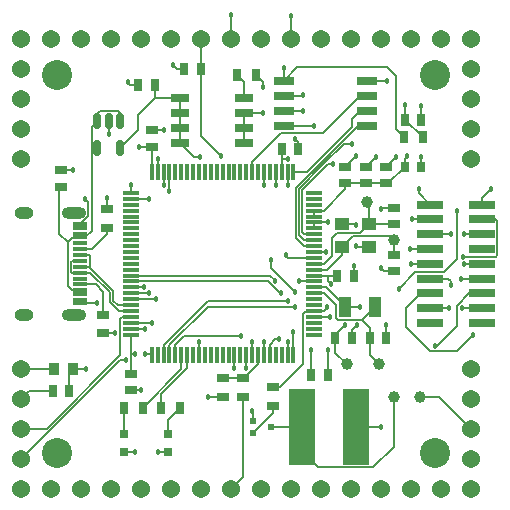
<source format=gbr>
%TF.GenerationSoftware,KiCad,Pcbnew,8.0.6-8.0.6-0~ubuntu24.04.1*%
%TF.CreationDate,2024-10-23T10:13:35-04:00*%
%TF.ProjectId,ta-expt-v2,74612d65-7870-4742-9d76-322e6b696361,rev?*%
%TF.SameCoordinates,Original*%
%TF.FileFunction,Copper,L1,Top*%
%TF.FilePolarity,Positive*%
%FSLAX46Y46*%
G04 Gerber Fmt 4.6, Leading zero omitted, Abs format (unit mm)*
G04 Created by KiCad (PCBNEW 8.0.6-8.0.6-0~ubuntu24.04.1) date 2024-10-23 10:13:35*
%MOMM*%
%LPD*%
G01*
G04 APERTURE LIST*
G04 Aperture macros list*
%AMRoundRect*
0 Rectangle with rounded corners*
0 $1 Rounding radius*
0 $2 $3 $4 $5 $6 $7 $8 $9 X,Y pos of 4 corners*
0 Add a 4 corners polygon primitive as box body*
4,1,4,$2,$3,$4,$5,$6,$7,$8,$9,$2,$3,0*
0 Add four circle primitives for the rounded corners*
1,1,$1+$1,$2,$3*
1,1,$1+$1,$4,$5*
1,1,$1+$1,$6,$7*
1,1,$1+$1,$8,$9*
0 Add four rect primitives between the rounded corners*
20,1,$1+$1,$2,$3,$4,$5,0*
20,1,$1+$1,$4,$5,$6,$7,0*
20,1,$1+$1,$6,$7,$8,$9,0*
20,1,$1+$1,$8,$9,$2,$3,0*%
G04 Aperture macros list end*
%TA.AperFunction,SMDPad,CuDef*%
%ADD10R,0.780000X0.990000*%
%TD*%
%TA.AperFunction,SMDPad,CuDef*%
%ADD11R,1.525000X0.650000*%
%TD*%
%TA.AperFunction,SMDPad,CuDef*%
%ADD12C,1.000000*%
%TD*%
%TA.AperFunction,SMDPad,CuDef*%
%ADD13R,1.000000X0.800000*%
%TD*%
%TA.AperFunction,SMDPad,CuDef*%
%ADD14R,0.800000X1.000000*%
%TD*%
%TA.AperFunction,SMDPad,CuDef*%
%ADD15R,0.800000X0.800000*%
%TD*%
%TA.AperFunction,SMDPad,CuDef*%
%ADD16R,0.990000X0.780000*%
%TD*%
%TA.AperFunction,SMDPad,CuDef*%
%ADD17R,0.630000X0.480000*%
%TD*%
%TA.AperFunction,SMDPad,CuDef*%
%ADD18R,2.300000X0.700000*%
%TD*%
%TA.AperFunction,SMDPad,CuDef*%
%ADD19R,1.150000X0.300000*%
%TD*%
%TA.AperFunction,ComponentPad*%
%ADD20O,2.100000X1.000000*%
%TD*%
%TA.AperFunction,ComponentPad*%
%ADD21O,1.600000X1.000000*%
%TD*%
%TA.AperFunction,SMDPad,CuDef*%
%ADD22R,1.475000X0.300000*%
%TD*%
%TA.AperFunction,SMDPad,CuDef*%
%ADD23R,0.300000X1.475000*%
%TD*%
%TA.AperFunction,ComponentPad*%
%ADD24C,1.540000*%
%TD*%
%TA.AperFunction,SMDPad,CuDef*%
%ADD25R,0.750000X0.940000*%
%TD*%
%TA.AperFunction,SMDPad,CuDef*%
%ADD26R,1.300000X1.100000*%
%TD*%
%TA.AperFunction,SMDPad,CuDef*%
%ADD27RoundRect,0.150000X-0.150000X0.512500X-0.150000X-0.512500X0.150000X-0.512500X0.150000X0.512500X0*%
%TD*%
%TA.AperFunction,SMDPad,CuDef*%
%ADD28R,2.300000X6.400000*%
%TD*%
%TA.AperFunction,SMDPad,CuDef*%
%ADD29R,1.000000X1.800000*%
%TD*%
%TA.AperFunction,SMDPad,CuDef*%
%ADD30R,1.785000X0.650000*%
%TD*%
%TA.AperFunction,ComponentPad*%
%ADD31C,2.540000*%
%TD*%
%TA.AperFunction,SMDPad,CuDef*%
%ADD32R,0.900000X1.000000*%
%TD*%
%TA.AperFunction,ViaPad*%
%ADD33C,0.457200*%
%TD*%
%TA.AperFunction,Conductor*%
%ADD34C,0.127000*%
%TD*%
%TA.AperFunction,Conductor*%
%ADD35C,0.203200*%
%TD*%
G04 APERTURE END LIST*
D10*
%TO.P,C4,1*%
%TO.N,Net-(IC3-PC15-OSC32_OUT)*%
X162550000Y-114300000D03*
%TO.P,C4,2*%
%TO.N,GND*%
X163950000Y-114300000D03*
%TD*%
D11*
%TO.P,IC2,1,S_1*%
%TO.N,/VDD_FILT*%
X154824000Y-97750000D03*
%TO.P,IC2,2,S_2*%
X154824000Y-96480000D03*
%TO.P,IC2,3,S_3*%
X154824000Y-95210000D03*
%TO.P,IC2,4,G*%
%TO.N,Net-(IC2-G)*%
X154824000Y-93940000D03*
%TO.P,IC2,5,D_1*%
%TO.N,/LDO_OUT*%
X149400000Y-93940000D03*
%TO.P,IC2,6,D_2*%
X149400000Y-95210000D03*
%TO.P,IC2,7,D_3*%
X149400000Y-96480000D03*
%TO.P,IC2,8,D_4*%
X149400000Y-97750000D03*
%TD*%
D12*
%TO.P,TP3,1*%
%TO.N,Net-(IC3-PC15-OSC32_OUT)*%
X163500000Y-116500000D03*
%TD*%
%TO.P,TP5,1*%
%TO.N,Net-(IC1-A1{slash}K2)*%
X167500000Y-119250000D03*
%TD*%
D10*
%TO.P,C14,1*%
%TO.N,GND*%
X159400000Y-98300000D03*
%TO.P,C14,2*%
%TO.N,/VDD_FILT*%
X158000000Y-98300000D03*
%TD*%
D13*
%TO.P,R6,1*%
%TO.N,/BOOT0*%
X154700000Y-119250000D03*
%TO.P,R6,2*%
%TO.N,Net-(IC3-PH3-BOOT0)*%
X154700000Y-117650000D03*
%TD*%
D14*
%TO.P,R7,1*%
%TO.N,/VDD_FILT*%
X169950000Y-97300000D03*
%TO.P,R7,2*%
%TO.N,/QUADSPI_BK2_NCS*%
X168350000Y-97300000D03*
%TD*%
D12*
%TO.P,TP1,1*%
%TO.N,Net-(IC3-PH1-OSC_OUT)*%
X165250000Y-102750000D03*
%TD*%
D13*
%TO.P,R3,1*%
%TO.N,Net-(IC1-K1)*%
X157250000Y-120050000D03*
%TO.P,R3,2*%
%TO.N,/LDO_OUT*%
X157250000Y-118450000D03*
%TD*%
D15*
%TO.P,LED2,1,K*%
%TO.N,GND*%
X148350000Y-123900000D03*
%TO.P,LED2,2,A*%
%TO.N,Net-(LED2-A)*%
X148350000Y-122400000D03*
%TD*%
D10*
%TO.P,C19,1*%
%TO.N,/LDO_OUT*%
X147250000Y-92850000D03*
%TO.P,C19,2*%
%TO.N,GND*%
X145850000Y-92850000D03*
%TD*%
D14*
%TO.P,R4,1*%
%TO.N,/Control*%
X155800000Y-92000000D03*
%TO.P,R4,2*%
%TO.N,Net-(IC2-G)*%
X154200000Y-92000000D03*
%TD*%
D16*
%TO.P,C9,1*%
%TO.N,/VDD_FILT*%
X165100000Y-101200000D03*
%TO.P,C9,2*%
%TO.N,GND*%
X165100000Y-99800000D03*
%TD*%
D17*
%TO.P,IC1,1,A2*%
%TO.N,/VDD_FILT*%
X155545000Y-121350000D03*
%TO.P,IC1,2,K1*%
%TO.N,Net-(IC1-K1)*%
X155545000Y-122350000D03*
%TO.P,IC1,3,A1/K2*%
%TO.N,Net-(IC1-A1{slash}K2)*%
X157055000Y-121850000D03*
%TD*%
D18*
%TO.P,J5,1,1*%
%TO.N,unconnected-(J5-Pad1)*%
X170575000Y-113000000D03*
%TO.P,J5,2,2*%
%TO.N,unconnected-(J5-Pad2)*%
X174925000Y-113000000D03*
%TO.P,J5,3,3*%
%TO.N,/DCMI_D3*%
X170575000Y-111750000D03*
%TO.P,J5,4,4*%
%TO.N,/DCMI_D2*%
X174925000Y-111750000D03*
%TO.P,J5,5,5*%
%TO.N,/DCMI_D5*%
X170575000Y-110500000D03*
%TO.P,J5,6,6*%
%TO.N,/DCMI_D4*%
X174925000Y-110500000D03*
%TO.P,J5,7,7*%
%TO.N,/DCMI_D7*%
X170575000Y-109250000D03*
%TO.P,J5,8,8*%
%TO.N,/DCMI_D6*%
X174925000Y-109250000D03*
%TO.P,J5,9,9*%
%TO.N,/DCMI_D9*%
X170575000Y-108000000D03*
%TO.P,J5,10,10*%
%TO.N,/DCMI_D8*%
X174925000Y-108000000D03*
%TO.P,J5,11,11*%
%TO.N,/DCMI_PIXCLK*%
X170575000Y-106750000D03*
%TO.P,J5,12,12*%
%TO.N,unconnected-(J5-Pad12)*%
X174925000Y-106750000D03*
%TO.P,J5,13,13*%
%TO.N,/DCMI_VSYNC*%
X170575000Y-105500000D03*
%TO.P,J5,14,14*%
%TO.N,/DCMI_HSYNC*%
X174925000Y-105500000D03*
%TO.P,J5,15,15*%
%TO.N,/I2C3_SCL*%
X170575000Y-104250000D03*
%TO.P,J5,16,16*%
%TO.N,/I2C3_SDA*%
X174925000Y-104250000D03*
%TO.P,J5,17,17*%
%TO.N,/VDD_FILT*%
X170575000Y-103000000D03*
%TO.P,J5,18,18*%
%TO.N,GND*%
X174925000Y-103000000D03*
%TD*%
D19*
%TO.P,J3,A1,GND*%
%TO.N,GND*%
X140955000Y-104650000D03*
%TO.P,J3,A4,VBUS*%
%TO.N,/VBUS*%
X140955000Y-105450000D03*
%TO.P,J3,A5,CC1*%
%TO.N,Net-(J3-CC1)*%
X140955000Y-106750000D03*
%TO.P,J3,A6,D+*%
%TO.N,/D+*%
X140955000Y-107750000D03*
%TO.P,J3,A7,D-*%
%TO.N,/D-*%
X140955000Y-108250000D03*
%TO.P,J3,A8,SBU1*%
%TO.N,unconnected-(J3-SBU1-PadA8)*%
X140955000Y-109250000D03*
%TO.P,J3,A9,VBUS*%
%TO.N,/VBUS*%
X140955000Y-110550000D03*
%TO.P,J3,A12,GND*%
%TO.N,GND*%
X140955000Y-111350000D03*
%TO.P,J3,B1,GND*%
X140955000Y-111050000D03*
%TO.P,J3,B4,VBUS*%
%TO.N,/VBUS*%
X140955000Y-110250000D03*
%TO.P,J3,B5,CC2*%
%TO.N,Net-(J3-CC2)*%
X140955000Y-109750000D03*
%TO.P,J3,B6,D+*%
%TO.N,/D+*%
X140955000Y-108750000D03*
%TO.P,J3,B7,D-*%
%TO.N,/D-*%
X140955000Y-107250000D03*
%TO.P,J3,B8,SBU2*%
%TO.N,unconnected-(J3-SBU2-PadB8)*%
X140955000Y-106250000D03*
%TO.P,J3,B9,VBUS*%
%TO.N,/VBUS*%
X140955000Y-105750000D03*
%TO.P,J3,B12,GND*%
%TO.N,GND*%
X140955000Y-104950000D03*
D20*
%TO.P,J3,S1,SHIELD*%
%TO.N,unconnected-(J3-SHIELD-PadS1)*%
X140390000Y-103680000D03*
D21*
X136210000Y-103680000D03*
D20*
X140390000Y-112320000D03*
D21*
X136210000Y-112320000D03*
%TD*%
D16*
%TO.P,C6,1*%
%TO.N,Net-(IC3-PH0-OSC_IN)*%
X167500000Y-107250000D03*
%TO.P,C6,2*%
%TO.N,GND*%
X167500000Y-108650000D03*
%TD*%
D10*
%TO.P,C10,1*%
%TO.N,/NRST*%
X151150000Y-91550000D03*
%TO.P,C10,2*%
%TO.N,GND*%
X149750000Y-91550000D03*
%TD*%
D16*
%TO.P,C7,1*%
%TO.N,/VDD_FILT*%
X166800000Y-101200000D03*
%TO.P,C7,2*%
%TO.N,GND*%
X166800000Y-99800000D03*
%TD*%
D22*
%TO.P,IC3,1,PE2*%
%TO.N,unconnected-(IC3-PE2-Pad1)*%
X160738000Y-114000000D03*
%TO.P,IC3,2,PE3*%
%TO.N,unconnected-(IC3-PE3-Pad2)*%
X160738000Y-113500000D03*
%TO.P,IC3,3,PE4*%
%TO.N,unconnected-(IC3-PE4-Pad3)*%
X160738000Y-113000000D03*
%TO.P,IC3,4,PE5*%
%TO.N,/Control*%
X160738000Y-112500000D03*
%TO.P,IC3,5,PE6*%
%TO.N,/LDO_OUT*%
X160738000Y-112000000D03*
%TO.P,IC3,6,VBAT*%
%TO.N,/V_BAT*%
X160738000Y-111500000D03*
%TO.P,IC3,7,PC13*%
%TO.N,unconnected-(IC3-PC13-Pad7)*%
X160738000Y-111000000D03*
%TO.P,IC3,8,PC14-OSC32_IN*%
%TO.N,Net-(IC3-PC14-OSC32_IN)*%
X160738000Y-110500000D03*
%TO.P,IC3,9,PC15-OSC32_OUT*%
%TO.N,Net-(IC3-PC15-OSC32_OUT)*%
X160738000Y-110000000D03*
%TO.P,IC3,10,VSS_1*%
%TO.N,GND*%
X160738000Y-109500000D03*
%TO.P,IC3,11,VDD_1*%
%TO.N,/VDD_FILT*%
X160738000Y-109000000D03*
%TO.P,IC3,12,PH0-OSC_IN*%
%TO.N,Net-(IC3-PH0-OSC_IN)*%
X160738000Y-108500000D03*
%TO.P,IC3,13,PH1-OSC_OUT*%
%TO.N,Net-(IC3-PH1-OSC_OUT)*%
X160738000Y-108000000D03*
%TO.P,IC3,14,NRST*%
%TO.N,/NRST*%
X160738000Y-107500000D03*
%TO.P,IC3,15,PC0*%
%TO.N,/I2C3_SCL*%
X160738000Y-107000000D03*
%TO.P,IC3,16,PC1*%
%TO.N,/QUADSPI_BK2_IO0*%
X160738000Y-106500000D03*
%TO.P,IC3,17,PC2*%
%TO.N,/QUADSPI_BK2_IO1*%
X160738000Y-106000000D03*
%TO.P,IC3,18,PC3*%
%TO.N,/QUADSPI_BK2_IO2*%
X160738000Y-105500000D03*
%TO.P,IC3,19,VSSA*%
%TO.N,GND*%
X160738000Y-105000000D03*
%TO.P,IC3,20,VREF-*%
X160738000Y-104500000D03*
%TO.P,IC3,21,VREF+*%
%TO.N,/VDD_FILT*%
X160738000Y-104000000D03*
%TO.P,IC3,22,VDDA*%
X160738000Y-103500000D03*
%TO.P,IC3,23,PA0*%
%TO.N,unconnected-(IC3-PA0-Pad23)*%
X160738000Y-103000000D03*
%TO.P,IC3,24,PA1*%
%TO.N,unconnected-(IC3-PA1-Pad24)*%
X160738000Y-102500000D03*
%TO.P,IC3,25,PA2*%
%TO.N,unconnected-(IC3-PA2-Pad25)*%
X160738000Y-102000000D03*
D23*
%TO.P,IC3,26,PA3*%
%TO.N,/QUADSPI_CLK*%
X159000000Y-100262000D03*
%TO.P,IC3,27,VSS_2*%
%TO.N,GND*%
X158500000Y-100262000D03*
%TO.P,IC3,28,VDD_2*%
%TO.N,/VDD_FILT*%
X158000000Y-100262000D03*
%TO.P,IC3,29,PA4*%
%TO.N,/DCMI_HSYNC*%
X157500000Y-100262000D03*
%TO.P,IC3,30,PA5*%
%TO.N,unconnected-(IC3-PA5-Pad30)*%
X157000000Y-100262000D03*
%TO.P,IC3,31,PA6*%
%TO.N,/DCMI_PIXCLK*%
X156500000Y-100262000D03*
%TO.P,IC3,32,PA7*%
%TO.N,unconnected-(IC3-PA7-Pad32)*%
X156000000Y-100262000D03*
%TO.P,IC3,33,PC4*%
%TO.N,/QUADSPI_BK2_IO3*%
X155500000Y-100262000D03*
%TO.P,IC3,34,PC5*%
%TO.N,unconnected-(IC3-PC5-Pad34)*%
X155000000Y-100262000D03*
%TO.P,IC3,35,PB0*%
%TO.N,unconnected-(IC3-PB0-Pad35)*%
X154500000Y-100262000D03*
%TO.P,IC3,36,PB1*%
%TO.N,unconnected-(IC3-PB1-Pad36)*%
X154000000Y-100262000D03*
%TO.P,IC3,37,PB2*%
%TO.N,unconnected-(IC3-PB2-Pad37)*%
X153500000Y-100262000D03*
%TO.P,IC3,38,PE7*%
%TO.N,unconnected-(IC3-PE7-Pad38)*%
X153000000Y-100262000D03*
%TO.P,IC3,39,PE8*%
%TO.N,unconnected-(IC3-PE8-Pad39)*%
X152500000Y-100262000D03*
%TO.P,IC3,40,PE9*%
%TO.N,unconnected-(IC3-PE9-Pad40)*%
X152000000Y-100262000D03*
%TO.P,IC3,41,PE10*%
%TO.N,unconnected-(IC3-PE10-Pad41)*%
X151500000Y-100262000D03*
%TO.P,IC3,42,PE11*%
%TO.N,unconnected-(IC3-PE11-Pad42)*%
X151000000Y-100262000D03*
%TO.P,IC3,43,PE12*%
%TO.N,unconnected-(IC3-PE12-Pad43)*%
X150500000Y-100262000D03*
%TO.P,IC3,44,PE13*%
%TO.N,unconnected-(IC3-PE13-Pad44)*%
X150000000Y-100262000D03*
%TO.P,IC3,45,PE14*%
%TO.N,unconnected-(IC3-PE14-Pad45)*%
X149500000Y-100262000D03*
%TO.P,IC3,46,PE15*%
%TO.N,unconnected-(IC3-PE15-Pad46)*%
X149000000Y-100262000D03*
%TO.P,IC3,47,PB10*%
%TO.N,/LPUART_RX*%
X148500000Y-100262000D03*
%TO.P,IC3,48,PB11*%
%TO.N,/LPUART_TX*%
X148000000Y-100262000D03*
%TO.P,IC3,49,VSS_3*%
%TO.N,GND*%
X147500000Y-100262000D03*
%TO.P,IC3,50,VDD_3*%
%TO.N,/VDD_FILT*%
X147000000Y-100262000D03*
D22*
%TO.P,IC3,51,PB12*%
%TO.N,/LPUART_RTS*%
X145262000Y-102000000D03*
%TO.P,IC3,52,PB13*%
%TO.N,/LPUART_CTS*%
X145262000Y-102500000D03*
%TO.P,IC3,53,PB14*%
%TO.N,unconnected-(IC3-PB14-Pad53)*%
X145262000Y-103000000D03*
%TO.P,IC3,54,PB15*%
%TO.N,unconnected-(IC3-PB15-Pad54)*%
X145262000Y-103500000D03*
%TO.P,IC3,55,PD8*%
%TO.N,unconnected-(IC3-PD8-Pad55)*%
X145262000Y-104000000D03*
%TO.P,IC3,56,PD9*%
%TO.N,unconnected-(IC3-PD9-Pad56)*%
X145262000Y-104500000D03*
%TO.P,IC3,57,PD10*%
%TO.N,unconnected-(IC3-PD10-Pad57)*%
X145262000Y-105000000D03*
%TO.P,IC3,58,PD11*%
%TO.N,unconnected-(IC3-PD11-Pad58)*%
X145262000Y-105500000D03*
%TO.P,IC3,59,PD12*%
%TO.N,unconnected-(IC3-PD12-Pad59)*%
X145262000Y-106000000D03*
%TO.P,IC3,60,PD13*%
%TO.N,unconnected-(IC3-PD13-Pad60)*%
X145262000Y-106500000D03*
%TO.P,IC3,61,PD14*%
%TO.N,unconnected-(IC3-PD14-Pad61)*%
X145262000Y-107000000D03*
%TO.P,IC3,62,PD15*%
%TO.N,unconnected-(IC3-PD15-Pad62)*%
X145262000Y-107500000D03*
%TO.P,IC3,63,PC6*%
%TO.N,unconnected-(IC3-PC6-Pad63)*%
X145262000Y-108000000D03*
%TO.P,IC3,64,PC7*%
%TO.N,unconnected-(IC3-PC7-Pad64)*%
X145262000Y-108500000D03*
%TO.P,IC3,65,PC8*%
%TO.N,/DCMI_D2*%
X145262000Y-109000000D03*
%TO.P,IC3,66,PC9*%
%TO.N,/DCMI_D3*%
X145262000Y-109500000D03*
%TO.P,IC3,67,PA8*%
%TO.N,/USART1_CK*%
X145262000Y-110000000D03*
%TO.P,IC3,68,PA9*%
%TO.N,/USART1_TX*%
X145262000Y-110500000D03*
%TO.P,IC3,69,PA10*%
%TO.N,/USART1_RX*%
X145262000Y-111000000D03*
%TO.P,IC3,70,PA11*%
%TO.N,/D-*%
X145262000Y-111500000D03*
%TO.P,IC3,71,PA12*%
%TO.N,/D+*%
X145262000Y-112000000D03*
%TO.P,IC3,72,PA13*%
%TO.N,/SWDIO*%
X145262000Y-112500000D03*
%TO.P,IC3,73,VDDUSB*%
%TO.N,/VDD_FILT*%
X145262000Y-113000000D03*
%TO.P,IC3,74,VSS_4*%
%TO.N,GND*%
X145262000Y-113500000D03*
%TO.P,IC3,75,VDD_4*%
%TO.N,/VDD_FILT*%
X145262000Y-114000000D03*
D23*
%TO.P,IC3,76,PA14*%
%TO.N,/SWCLK*%
X147000000Y-115738000D03*
%TO.P,IC3,77,PA15*%
%TO.N,unconnected-(IC3-PA15-Pad77)*%
X147500000Y-115738000D03*
%TO.P,IC3,78,PC10*%
%TO.N,/DCMI_D8*%
X148000000Y-115738000D03*
%TO.P,IC3,79,PC11*%
%TO.N,/DCMI_D4*%
X148500000Y-115738000D03*
%TO.P,IC3,80,PC12*%
%TO.N,/DCMI_D9*%
X149000000Y-115738000D03*
%TO.P,IC3,81,PD0*%
%TO.N,/LED1*%
X149500000Y-115738000D03*
%TO.P,IC3,82,PD1*%
%TO.N,/LED2*%
X150000000Y-115738000D03*
%TO.P,IC3,83,PD2*%
%TO.N,unconnected-(IC3-PD2-Pad83)*%
X150500000Y-115738000D03*
%TO.P,IC3,84,PD3*%
%TO.N,/QUADSPI_BK2_NCS*%
X151000000Y-115738000D03*
%TO.P,IC3,85,PD4*%
%TO.N,unconnected-(IC3-PD4-Pad85)*%
X151500000Y-115738000D03*
%TO.P,IC3,86,PD5*%
%TO.N,unconnected-(IC3-PD5-Pad86)*%
X152000000Y-115738000D03*
%TO.P,IC3,87,PD6*%
%TO.N,unconnected-(IC3-PD6-Pad87)*%
X152500000Y-115738000D03*
%TO.P,IC3,88,PD7*%
%TO.N,unconnected-(IC3-PD7-Pad88)*%
X153000000Y-115738000D03*
%TO.P,IC3,89,PB3*%
%TO.N,unconnected-(IC3-PB3-Pad89)*%
X153500000Y-115738000D03*
%TO.P,IC3,90,PB4*%
%TO.N,/I2C3_SDA*%
X154000000Y-115738000D03*
%TO.P,IC3,91,PB5*%
%TO.N,unconnected-(IC3-PB5-Pad91)*%
X154500000Y-115738000D03*
%TO.P,IC3,92,PB6*%
%TO.N,/DCMI_D5*%
X155000000Y-115738000D03*
%TO.P,IC3,93,PB7*%
%TO.N,/DCMI_VSYNC*%
X155500000Y-115738000D03*
%TO.P,IC3,94,PH3-BOOT0*%
%TO.N,Net-(IC3-PH3-BOOT0)*%
X156000000Y-115738000D03*
%TO.P,IC3,95,PB8*%
%TO.N,/DCMI_D6*%
X156500000Y-115738000D03*
%TO.P,IC3,96,PB9*%
%TO.N,/DCMI_D7*%
X157000000Y-115738000D03*
%TO.P,IC3,97,PE0*%
%TO.N,unconnected-(IC3-PE0-Pad97)*%
X157500000Y-115738000D03*
%TO.P,IC3,98,PE1*%
%TO.N,unconnected-(IC3-PE1-Pad98)*%
X158000000Y-115738000D03*
%TO.P,IC3,99,VSS_5*%
%TO.N,GND*%
X158500000Y-115738000D03*
%TO.P,IC3,100,VDD_5*%
%TO.N,/VDD_FILT*%
X159000000Y-115738000D03*
%TD*%
D16*
%TO.P,C13,1*%
%TO.N,/VDD_FILT*%
X147000000Y-98100000D03*
%TO.P,C13,2*%
%TO.N,GND*%
X147000000Y-96700000D03*
%TD*%
D13*
%TO.P,R9,1*%
%TO.N,GND*%
X142900000Y-113900000D03*
%TO.P,R9,2*%
%TO.N,Net-(J3-CC2)*%
X142900000Y-112300000D03*
%TD*%
D24*
%TO.P,J7,1,Pin_1*%
%TO.N,VDD*%
X135950000Y-116890000D03*
%TO.P,J7,2,Pin_2*%
%TO.N,GND*%
X135950000Y-119430000D03*
%TO.P,J7,3,Pin_3*%
%TO.N,/SWDIO*%
X135950000Y-121970000D03*
%TO.P,J7,4,Pin_4*%
%TO.N,/SWCLK*%
X135950000Y-124510000D03*
%TD*%
D25*
%TO.P,C5,1*%
%TO.N,/VDD_FILT*%
X168400000Y-99800000D03*
%TO.P,C5,2*%
%TO.N,GND*%
X169800000Y-99800000D03*
%TD*%
D14*
%TO.P,R2,1*%
%TO.N,/LED2*%
X147800000Y-120200000D03*
%TO.P,R2,2*%
%TO.N,Net-(LED2-A)*%
X149400000Y-120200000D03*
%TD*%
%TO.P,R1,1*%
%TO.N,/LED1*%
X146250000Y-120200000D03*
%TO.P,R1,2*%
%TO.N,Net-(LED1-A)*%
X144650000Y-120200000D03*
%TD*%
D16*
%TO.P,C18,1*%
%TO.N,GND*%
X139350000Y-100100000D03*
%TO.P,C18,2*%
%TO.N,/VBUS*%
X139350000Y-101500000D03*
%TD*%
%TO.P,C16,1*%
%TO.N,GND*%
X145200000Y-118700000D03*
%TO.P,C16,2*%
%TO.N,/VDD_FILT*%
X145200000Y-117300000D03*
%TD*%
D24*
%TO.P,J8,1,Pin_1*%
%TO.N,unconnected-(J8-Pin_1-Pad1)*%
X135950000Y-127050000D03*
%TO.P,J8,2,Pin_2*%
%TO.N,unconnected-(J8-Pin_2-Pad2)*%
X138490000Y-127050000D03*
%TO.P,J8,3,Pin_3*%
%TO.N,unconnected-(J8-Pin_3-Pad3)*%
X141030000Y-127050000D03*
%TO.P,J8,4,Pin_4*%
%TO.N,unconnected-(J8-Pin_4-Pad4)*%
X143570000Y-127050000D03*
%TO.P,J8,5,Pin_5*%
%TO.N,unconnected-(J8-Pin_5-Pad5)*%
X146110000Y-127050000D03*
%TO.P,J8,6,Pin_6*%
%TO.N,unconnected-(J8-Pin_6-Pad6)*%
X148650000Y-127050000D03*
%TO.P,J8,7,Pin_7*%
%TO.N,unconnected-(J8-Pin_7-Pad7)*%
X151190000Y-127050000D03*
%TO.P,J8,8,Pin_8*%
%TO.N,/BOOT0*%
X153730000Y-127050000D03*
%TO.P,J8,9,Pin_9*%
%TO.N,/LPUART_CTS*%
X156270000Y-127050000D03*
%TO.P,J8,10,Pin_10*%
%TO.N,/LPUART_TX*%
X158810000Y-127050000D03*
%TO.P,J8,11,Pin_11*%
%TO.N,/LPUART_RX*%
X161350000Y-127050000D03*
%TO.P,J8,12,Pin_12*%
%TO.N,/LPUART_RTS*%
X163890000Y-127050000D03*
%TO.P,J8,13,Pin_13*%
%TO.N,unconnected-(J8-Pin_13-Pad13)*%
X166430000Y-127050000D03*
%TO.P,J8,14,Pin_14*%
%TO.N,unconnected-(J8-Pin_14-Pad14)*%
X168970000Y-127050000D03*
%TO.P,J8,15,Pin_15*%
%TO.N,unconnected-(J8-Pin_15-Pad15)*%
X171510000Y-127050000D03*
%TO.P,J8,16,Pin_16*%
%TO.N,unconnected-(J8-Pin_16-Pad16)*%
X174050000Y-127050000D03*
%TD*%
D15*
%TO.P,LED1,1,K*%
%TO.N,GND*%
X144650000Y-123900000D03*
%TO.P,LED1,2,A*%
%TO.N,Net-(LED1-A)*%
X144650000Y-122400000D03*
%TD*%
D16*
%TO.P,C12,1*%
%TO.N,/VDD_FILT*%
X163400000Y-101200000D03*
%TO.P,C12,2*%
%TO.N,GND*%
X163400000Y-99800000D03*
%TD*%
D12*
%TO.P,TP6,1*%
%TO.N,GND*%
X169750000Y-119250000D03*
%TD*%
D10*
%TO.P,C15,1*%
%TO.N,GND*%
X164100000Y-109000000D03*
%TO.P,C15,2*%
%TO.N,/VDD_FILT*%
X162700000Y-109000000D03*
%TD*%
D24*
%TO.P,J1,2,Pin_2*%
%TO.N,unconnected-(J1-Pin_2-Pad2)*%
X174050000Y-124510000D03*
%TO.P,J1,3,Pin_3*%
%TO.N,GND*%
X174050000Y-121970000D03*
%TO.P,J1,4,Pin_4*%
%TO.N,unconnected-(J1-Pin_4-Pad4)*%
X174050000Y-119430000D03*
%TO.P,J1,5,Pin_5*%
%TO.N,unconnected-(J1-Pin_5-Pad5)*%
X174050000Y-116890000D03*
%TD*%
D26*
%TO.P,Y1,1,CRYSTAL_1*%
%TO.N,Net-(IC3-PH0-OSC_IN)*%
X163100000Y-106575000D03*
%TO.P,Y1,2,GND_1*%
%TO.N,GND*%
X165400000Y-106575000D03*
%TO.P,Y1,3,CRYSTAL_2*%
%TO.N,Net-(IC3-PH1-OSC_OUT)*%
X165400000Y-104675000D03*
%TO.P,Y1,4,GND_2*%
%TO.N,GND*%
X163100000Y-104675000D03*
%TD*%
D13*
%TO.P,R8,1*%
%TO.N,GND*%
X143200000Y-103350000D03*
%TO.P,R8,2*%
%TO.N,Net-(J3-CC1)*%
X143200000Y-104950000D03*
%TD*%
D10*
%TO.P,C8,1*%
%TO.N,Net-(IC3-PC14-OSC32_IN)*%
X165450000Y-114300000D03*
%TO.P,C8,2*%
%TO.N,GND*%
X166850000Y-114300000D03*
%TD*%
%TO.P,C2,1*%
%TO.N,/VDD_FILT*%
X140000000Y-118800000D03*
%TO.P,C2,2*%
%TO.N,GND*%
X138600000Y-118800000D03*
%TD*%
D27*
%TO.P,U1,1,IN*%
%TO.N,/VBUS*%
X144300000Y-95925000D03*
%TO.P,U1,2,GND*%
%TO.N,GND*%
X143350000Y-95925000D03*
%TO.P,U1,3,EN*%
%TO.N,/VBUS*%
X142400000Y-95925000D03*
%TO.P,U1,4,NC*%
%TO.N,unconnected-(U1-NC-Pad4)*%
X142400000Y-98200000D03*
%TO.P,U1,5,OUT*%
%TO.N,/LDO_OUT*%
X144300000Y-98200000D03*
%TD*%
D28*
%TO.P,C1,1*%
%TO.N,Net-(IC1-A1{slash}K2)*%
X159700000Y-121850000D03*
%TO.P,C1,2*%
%TO.N,GND*%
X164300000Y-121850000D03*
%TD*%
D12*
%TO.P,TP4,1*%
%TO.N,Net-(IC3-PC14-OSC32_IN)*%
X166250000Y-116500000D03*
%TD*%
D24*
%TO.P,J2,1,Pin_1*%
%TO.N,unconnected-(J2-Pin_1-Pad1)*%
X135950000Y-99110000D03*
%TO.P,J2,2,Pin_2*%
%TO.N,GND*%
X135950000Y-96570000D03*
%TO.P,J2,3,Pin_3*%
%TO.N,unconnected-(J2-Pin_3-Pad3)*%
X135950000Y-94030000D03*
%TO.P,J2,4,Pin_4*%
%TO.N,unconnected-(J2-Pin_4-Pad4)*%
X135950000Y-91490000D03*
%TD*%
D12*
%TO.P,TP2,1*%
%TO.N,Net-(IC3-PH0-OSC_IN)*%
X167500000Y-106000000D03*
%TD*%
D16*
%TO.P,C3,1*%
%TO.N,Net-(IC3-PH1-OSC_OUT)*%
X167500000Y-104650000D03*
%TO.P,C3,2*%
%TO.N,GND*%
X167500000Y-103250000D03*
%TD*%
D10*
%TO.P,C11,1*%
%TO.N,GND*%
X161900000Y-117450000D03*
%TO.P,C11,2*%
%TO.N,/VDD_FILT*%
X160500000Y-117450000D03*
%TD*%
%TO.P,C17,1*%
%TO.N,/VDD_FILT*%
X168400000Y-95800000D03*
%TO.P,C17,2*%
%TO.N,GND*%
X169800000Y-95800000D03*
%TD*%
D29*
%TO.P,Y2,1,1*%
%TO.N,Net-(IC3-PC14-OSC32_IN)*%
X165875000Y-111650000D03*
%TO.P,Y2,2,2*%
%TO.N,Net-(IC3-PC15-OSC32_OUT)*%
X163325000Y-111650000D03*
%TD*%
D30*
%TO.P,IC4,1,CE#*%
%TO.N,/QUADSPI_BK2_NCS*%
X158168000Y-92495000D03*
%TO.P,IC4,2,SO(IO1)*%
%TO.N,/QUADSPI_BK2_IO1*%
X158168000Y-93765000D03*
%TO.P,IC4,3,WP#(IO2)*%
%TO.N,/QUADSPI_BK2_IO2*%
X158168000Y-95035000D03*
%TO.P,IC4,4,GND*%
%TO.N,GND*%
X158168000Y-96305000D03*
%TO.P,IC4,5,SI(IO0)*%
%TO.N,/QUADSPI_BK2_IO0*%
X165232000Y-96305000D03*
%TO.P,IC4,6,SCK*%
%TO.N,/QUADSPI_CLK*%
X165232000Y-95035000D03*
%TO.P,IC4,7,HOLD#_OR__RESET#(IO3)*%
%TO.N,/QUADSPI_BK2_IO3*%
X165232000Y-93765000D03*
%TO.P,IC4,8,VCC*%
%TO.N,/VDD_FILT*%
X165232000Y-92495000D03*
%TD*%
D31*
%TO.P,J6,1,Pin_1*%
%TO.N,GND*%
X139000000Y-92000000D03*
%TO.P,J6,2,Pin_2*%
X171000000Y-92000000D03*
%TO.P,J6,3,Pin_3*%
X139000000Y-124000000D03*
%TO.P,J6,4,Pin_4*%
X171000000Y-124000000D03*
%TD*%
D24*
%TO.P,J4,2,Pin_2*%
%TO.N,unconnected-(J4-Pin_2-Pad2)*%
X174050000Y-99110000D03*
%TO.P,J4,3,Pin_3*%
%TO.N,unconnected-(J4-Pin_3-Pad3)*%
X174050000Y-96570000D03*
%TO.P,J4,4,Pin_4*%
%TO.N,unconnected-(J4-Pin_4-Pad4)*%
X174050000Y-94030000D03*
%TO.P,J4,5,Pin_5*%
%TO.N,unconnected-(J4-Pin_5-Pad5)*%
X174050000Y-91490000D03*
%TD*%
%TO.P,J9,1,Pin_1*%
%TO.N,unconnected-(J9-Pin_1-Pad1)*%
X135950000Y-88950000D03*
%TO.P,J9,2,Pin_2*%
%TO.N,unconnected-(J9-Pin_2-Pad2)*%
X138490000Y-88950000D03*
%TO.P,J9,3,Pin_3*%
%TO.N,GND*%
X141030000Y-88950000D03*
%TO.P,J9,4,Pin_4*%
%TO.N,unconnected-(J9-Pin_4-Pad4)*%
X143570000Y-88950000D03*
%TO.P,J9,5,Pin_5*%
%TO.N,unconnected-(J9-Pin_5-Pad5)*%
X146110000Y-88950000D03*
%TO.P,J9,6,Pin_6*%
%TO.N,unconnected-(J9-Pin_6-Pad6)*%
X148650000Y-88950000D03*
%TO.P,J9,7,Pin_7*%
%TO.N,/NRST*%
X151190000Y-88950000D03*
%TO.P,J9,8,Pin_8*%
%TO.N,/USART1_CK*%
X153730000Y-88950000D03*
%TO.P,J9,9,Pin_9*%
%TO.N,/USART1_CTS*%
X156270000Y-88950000D03*
%TO.P,J9,10,Pin_10*%
%TO.N,/USART1_TX*%
X158810000Y-88950000D03*
%TO.P,J9,11,Pin_11*%
%TO.N,/USART1_RX*%
X161350000Y-88950000D03*
%TO.P,J9,12,Pin_12*%
%TO.N,/USART1_RTS*%
X163890000Y-88950000D03*
%TO.P,J9,13,Pin_13*%
%TO.N,unconnected-(J9-Pin_13-Pad13)*%
X166430000Y-88950000D03*
%TO.P,J9,14,Pin_14*%
%TO.N,unconnected-(J9-Pin_14-Pad14)*%
X168970000Y-88950000D03*
%TO.P,J9,15,Pin_15*%
%TO.N,unconnected-(J9-Pin_15-Pad15)*%
X171510000Y-88950000D03*
%TO.P,J9,16,Pin_16*%
%TO.N,unconnected-(J9-Pin_16-Pad16)*%
X174050000Y-88950000D03*
%TD*%
D32*
%TO.P,FB1,1,1*%
%TO.N,VDD*%
X138750000Y-116900000D03*
%TO.P,FB1,2,2*%
%TO.N,/VDD_FILT*%
X140350000Y-116900000D03*
%TD*%
D13*
%TO.P,R5,1*%
%TO.N,Net-(IC3-PH3-BOOT0)*%
X153050000Y-117650000D03*
%TO.P,R5,2*%
%TO.N,GND*%
X153050000Y-119250000D03*
%TD*%
D33*
%TO.N,GND*%
X143200000Y-102400000D03*
X169800000Y-98950000D03*
X146100000Y-118700000D03*
X164400000Y-113200000D03*
X175700000Y-101700000D03*
X166450000Y-103400000D03*
X165950000Y-98950000D03*
X142400000Y-111350000D03*
X166400000Y-121850000D03*
X167700000Y-98950000D03*
X140350000Y-100100000D03*
X164300000Y-98900000D03*
X147500000Y-99100000D03*
X166850000Y-113200000D03*
X143350000Y-97000000D03*
X158500000Y-114600000D03*
X161900000Y-104500000D03*
X159500000Y-109500000D03*
X148000000Y-96700000D03*
X161900000Y-115300000D03*
X158500000Y-101350000D03*
X166400000Y-108400000D03*
X146400000Y-113500000D03*
X164250000Y-106500000D03*
X160700000Y-96300000D03*
X151750000Y-119250000D03*
X147500000Y-123900000D03*
X144950000Y-92650000D03*
X145600000Y-123900000D03*
X169800000Y-94650000D03*
X143900000Y-113900000D03*
X164100000Y-108200000D03*
X159100000Y-97400000D03*
X148800000Y-91200000D03*
X141350000Y-102500000D03*
X164250000Y-104700000D03*
%TO.N,/VDD_FILT*%
X160500000Y-115300000D03*
X158500000Y-99150000D03*
X155500000Y-120500000D03*
X156400000Y-95200000D03*
X169600000Y-101650000D03*
X166900000Y-92500000D03*
X145950000Y-98100000D03*
X141450000Y-116900000D03*
X168400000Y-94600000D03*
X147050000Y-113000000D03*
X159000000Y-113750000D03*
X162150000Y-109750000D03*
X168650000Y-98850000D03*
X145600000Y-115600000D03*
%TO.N,Net-(IC3-PC15-OSC32_OUT)*%
X163400000Y-113200000D03*
X164600000Y-111650000D03*
%TO.N,/NRST*%
X158350000Y-107300000D03*
X152900000Y-98900000D03*
%TO.N,/LDO_OUT*%
X161850000Y-111700000D03*
X151050000Y-98950000D03*
X159150000Y-110400000D03*
X157075000Y-107725000D03*
%TO.N,/USART1_RX*%
X147350000Y-111000000D03*
%TO.N,/I2C3_SDA*%
X173350000Y-107400000D03*
X154000000Y-116850000D03*
%TO.N,/DCMI_VSYNC*%
X155500000Y-114650000D03*
X172350000Y-105500000D03*
%TO.N,/QUADSPI_BK2_IO2*%
X162330500Y-99569500D03*
X159800000Y-95050000D03*
%TO.N,/DCMI_D5*%
X155000000Y-116800000D03*
X174200000Y-114000000D03*
%TO.N,/LPUART_TX*%
X148000000Y-101350000D03*
%TO.N,/DCMI_D8*%
X158500000Y-111150000D03*
X173450000Y-108000000D03*
%TO.N,/LPUART_CTS*%
X146750000Y-102500000D03*
%TO.N,/USART1_TX*%
X146800000Y-110500000D03*
X158800000Y-87000000D03*
%TO.N,/DCMI_D7*%
X157750000Y-114400000D03*
X172300000Y-109800000D03*
%TO.N,/I2C3_SCL*%
X161750000Y-107000000D03*
X169000000Y-104250000D03*
%TO.N,/LPUART_RX*%
X148500000Y-101800000D03*
%TO.N,/Control*%
X172850000Y-103500000D03*
X167900000Y-110100000D03*
X162050000Y-112500000D03*
X156400000Y-93050000D03*
%TO.N,/SWCLK*%
X144800000Y-116150000D03*
X146400000Y-115600000D03*
%TO.N,/DCMI_D9*%
X154550000Y-114150000D03*
X168950000Y-108000000D03*
%TO.N,/USART1_CK*%
X146350000Y-110000000D03*
X153700000Y-86900000D03*
%TO.N,/DCMI_D4*%
X170950000Y-114950000D03*
X159100000Y-111650000D03*
%TO.N,/LPUART_RTS*%
X145250000Y-101300000D03*
%TO.N,/DCMI_PIXCLK*%
X168900000Y-106750000D03*
X156500000Y-101350000D03*
%TO.N,/DCMI_HSYNC*%
X157500000Y-101300000D03*
X173400000Y-105500000D03*
%TO.N,/DCMI_D2*%
X157400000Y-109450000D03*
X173250000Y-111750000D03*
%TO.N,/QUADSPI_BK2_IO1*%
X163950000Y-97850000D03*
X159800000Y-93750000D03*
%TO.N,/DCMI_D6*%
X156500000Y-114650000D03*
X173150000Y-109250000D03*
%TO.N,/DCMI_D3*%
X157900000Y-110500000D03*
X172200000Y-111750000D03*
%TO.N,/QUADSPI_BK2_NCS*%
X158200000Y-91400000D03*
X151000000Y-114600000D03*
%TD*%
D34*
%TO.N,Net-(IC1-A1{slash}K2)*%
X159700000Y-123900000D02*
X161040500Y-125240500D01*
X159700000Y-121850000D02*
X159700000Y-123900000D01*
X165759500Y-125240500D02*
X167500000Y-123500000D01*
X167500000Y-123500000D02*
X167500000Y-119250000D01*
X161040500Y-125240500D02*
X165759500Y-125240500D01*
X159700000Y-121850000D02*
X157055000Y-121850000D01*
%TO.N,GND*%
X165100000Y-99800000D02*
X165950000Y-98950000D01*
D35*
X174925000Y-103000000D02*
X174925000Y-102475000D01*
D34*
X169800000Y-99800000D02*
X169800000Y-98950000D01*
X142900000Y-113900000D02*
X143900000Y-113900000D01*
X149750000Y-91550000D02*
X149150000Y-91550000D01*
X138600000Y-118800000D02*
X136580000Y-118800000D01*
X163400000Y-99800000D02*
X164300000Y-98900000D01*
D35*
X174925000Y-102475000D02*
X175700000Y-101700000D01*
D34*
X141630500Y-103974500D02*
X141630500Y-102780500D01*
X143200000Y-103350000D02*
X143200000Y-102400000D01*
D35*
X161900000Y-104500000D02*
X160738000Y-104500000D01*
D34*
X171330000Y-119250000D02*
X174050000Y-121970000D01*
X160695000Y-96305000D02*
X158168000Y-96305000D01*
D35*
X160738000Y-104500000D02*
X160738000Y-105000000D01*
D34*
X158500000Y-100262000D02*
X158500000Y-101350000D01*
X145850000Y-92850000D02*
X145150000Y-92850000D01*
X167500000Y-103250000D02*
X166600000Y-103250000D01*
X169750000Y-119250000D02*
X171330000Y-119250000D01*
D35*
X164300000Y-121850000D02*
X166400000Y-121850000D01*
X161900000Y-115400000D02*
X161900000Y-115300000D01*
D34*
X145262000Y-113500000D02*
X146400000Y-113500000D01*
X159400000Y-98300000D02*
X159400000Y-97700000D01*
X164100000Y-109000000D02*
X164100000Y-108200000D01*
X145150000Y-92850000D02*
X144950000Y-92650000D01*
X166850000Y-113200000D02*
X166850000Y-113150000D01*
X164225000Y-104675000D02*
X164250000Y-104700000D01*
X136580000Y-118800000D02*
X135950000Y-119430000D01*
X148350000Y-123900000D02*
X147500000Y-123900000D01*
X166800000Y-99800000D02*
X166850000Y-99800000D01*
X160738000Y-109500000D02*
X159500000Y-109500000D01*
X153050000Y-119250000D02*
X151750000Y-119250000D01*
X167500000Y-108650000D02*
X166650000Y-108650000D01*
X140955000Y-111350000D02*
X142400000Y-111350000D01*
X144650000Y-123900000D02*
X145600000Y-123900000D01*
X140955000Y-104650000D02*
X141630500Y-103974500D01*
X166850000Y-114300000D02*
X166850000Y-113200000D01*
X139350000Y-100100000D02*
X140350000Y-100100000D01*
X163100000Y-104675000D02*
X164225000Y-104675000D01*
X160700000Y-96300000D02*
X160695000Y-96305000D01*
X163950000Y-113650000D02*
X164400000Y-113200000D01*
X149150000Y-91550000D02*
X148800000Y-91200000D01*
X140955000Y-111350000D02*
X140955000Y-111050000D01*
X165400000Y-106575000D02*
X164325000Y-106575000D01*
X163950000Y-114300000D02*
X163950000Y-113650000D01*
X147000000Y-96700000D02*
X148000000Y-96700000D01*
X145200000Y-118700000D02*
X146100000Y-118700000D01*
X169800000Y-95800000D02*
X169800000Y-94650000D01*
X141630500Y-102780500D02*
X141350000Y-102500000D01*
X147500000Y-100262000D02*
X147500000Y-99100000D01*
X143350000Y-95925000D02*
X143350000Y-97000000D01*
X159400000Y-97700000D02*
X159100000Y-97400000D01*
X166600000Y-103250000D02*
X166450000Y-103400000D01*
X166850000Y-99800000D02*
X167700000Y-98950000D01*
D35*
X161900000Y-117450000D02*
X161900000Y-115400000D01*
D34*
X166650000Y-108650000D02*
X166400000Y-108400000D01*
X164325000Y-106575000D02*
X164250000Y-106500000D01*
X158500000Y-115738000D02*
X158500000Y-114600000D01*
D35*
%TO.N,/VDD_FILT*%
X160500000Y-117450000D02*
X160500000Y-115300000D01*
D34*
X145262000Y-115600000D02*
X145600000Y-115600000D01*
X162700000Y-109000000D02*
X161900000Y-109000000D01*
D35*
X170575000Y-103000000D02*
X169600000Y-102025000D01*
D34*
X160738000Y-103500000D02*
X161602500Y-103500000D01*
X163400000Y-101702500D02*
X163400000Y-101200000D01*
X145262000Y-115600000D02*
X145262000Y-114000000D01*
X154824000Y-95210000D02*
X156390000Y-95210000D01*
X165100000Y-101200000D02*
X166800000Y-101200000D01*
X168400000Y-95800000D02*
X168450000Y-95800000D01*
X161900000Y-109000000D02*
X161900000Y-109500000D01*
X145200000Y-117200000D02*
X145262000Y-117138000D01*
X140350000Y-116900000D02*
X140350000Y-117100000D01*
X166800000Y-101200000D02*
X167000000Y-101200000D01*
X166895000Y-92495000D02*
X166900000Y-92500000D01*
X161602500Y-103500000D02*
X163400000Y-101702500D01*
X140350000Y-116900000D02*
X141450000Y-116900000D01*
X163400000Y-101200000D02*
X165100000Y-101200000D01*
X160738000Y-104000000D02*
X160738000Y-103500000D01*
X168450000Y-95800000D02*
X169950000Y-97300000D01*
X168400000Y-95800000D02*
X168400000Y-94600000D01*
X145262000Y-113000000D02*
X147050000Y-113000000D01*
X155545000Y-121350000D02*
X155545000Y-120545000D01*
X147000000Y-100262000D02*
X147000000Y-98100000D01*
X167000000Y-101200000D02*
X168400000Y-99800000D01*
X140350000Y-117100000D02*
X140000000Y-117450000D01*
X158000000Y-99150000D02*
X158500000Y-99150000D01*
X140000000Y-117450000D02*
X140000000Y-118800000D01*
X165232000Y-92495000D02*
X166895000Y-92495000D01*
X154824000Y-97750000D02*
X154824000Y-96480000D01*
X145200000Y-117300000D02*
X145200000Y-117200000D01*
X168400000Y-99800000D02*
X168400000Y-99100000D01*
X154824000Y-95210000D02*
X154824000Y-96480000D01*
X168400000Y-99100000D02*
X168650000Y-98850000D01*
X161900000Y-109500000D02*
X162150000Y-109750000D01*
D35*
X169600000Y-102025000D02*
X169600000Y-101650000D01*
D34*
X159000000Y-115738000D02*
X159000000Y-113750000D01*
X147000000Y-98100000D02*
X145950000Y-98100000D01*
X158000000Y-100262000D02*
X158000000Y-99150000D01*
X155545000Y-120545000D02*
X155500000Y-120500000D01*
X158000000Y-99150000D02*
X158000000Y-98300000D01*
X145262000Y-117138000D02*
X145262000Y-115600000D01*
X156390000Y-95210000D02*
X156400000Y-95200000D01*
X161900000Y-109000000D02*
X160738000Y-109000000D01*
%TO.N,Net-(IC3-PH1-OSC_OUT)*%
X162259500Y-105834500D02*
X162678500Y-105415500D01*
X165425000Y-104650000D02*
X165400000Y-104675000D01*
X160738000Y-108000000D02*
X161602500Y-108000000D01*
X162259500Y-107343000D02*
X162259500Y-105834500D01*
X165400000Y-104675000D02*
X165400000Y-102900000D01*
X162678500Y-105415500D02*
X164659500Y-105415500D01*
X164659500Y-105415500D02*
X165400000Y-104675000D01*
X161602500Y-108000000D02*
X162259500Y-107343000D01*
X165400000Y-102900000D02*
X165250000Y-102750000D01*
X167500000Y-104650000D02*
X165425000Y-104650000D01*
%TO.N,Net-(IC3-PC15-OSC32_OUT)*%
X162550000Y-114050000D02*
X163400000Y-113200000D01*
X161777038Y-110000000D02*
X163325000Y-111547962D01*
X160738000Y-110000000D02*
X161777038Y-110000000D01*
X162550000Y-115550000D02*
X163500000Y-116500000D01*
X162550000Y-114300000D02*
X162550000Y-115550000D01*
X163325000Y-111547962D02*
X163325000Y-111650000D01*
X164600000Y-111650000D02*
X163325000Y-111650000D01*
X162550000Y-114300000D02*
X162550000Y-114050000D01*
%TO.N,Net-(IC3-PH0-OSC_IN)*%
X167434500Y-107315500D02*
X167500000Y-107250000D01*
X167500000Y-106000000D02*
X167500000Y-107250000D01*
X167169500Y-105669500D02*
X167500000Y-106000000D01*
X164005500Y-105669500D02*
X167169500Y-105669500D01*
X163100000Y-106575000D02*
X164005500Y-105669500D01*
X163100000Y-107252000D02*
X161852000Y-108500000D01*
X163100000Y-106575000D02*
X163100000Y-107252000D01*
X161852000Y-108500000D02*
X160738000Y-108500000D01*
%TO.N,Net-(IC3-PC14-OSC32_IN)*%
X165450000Y-115700000D02*
X166250000Y-116500000D01*
X161602500Y-110500000D02*
X162600000Y-111497500D01*
X165450000Y-113406000D02*
X164784500Y-112740500D01*
X162600000Y-111497500D02*
X162600000Y-112600000D01*
X162600000Y-112600000D02*
X162740500Y-112740500D01*
X164784500Y-112740500D02*
X165875000Y-111650000D01*
X160738000Y-110500000D02*
X161602500Y-110500000D01*
X165450000Y-114300000D02*
X165450000Y-115700000D01*
X165450000Y-114300000D02*
X165450000Y-113406000D01*
X162740500Y-112740500D02*
X164784500Y-112740500D01*
%TO.N,/NRST*%
X158550000Y-107500000D02*
X160738000Y-107500000D01*
X151150000Y-91550000D02*
X151150000Y-97150000D01*
X151150000Y-91550000D02*
X151150000Y-88990000D01*
X151150000Y-97150000D02*
X152900000Y-98900000D01*
X151150000Y-88990000D02*
X151190000Y-88950000D01*
X158350000Y-107300000D02*
X158550000Y-107500000D01*
%TO.N,/VBUS*%
X139149500Y-101700500D02*
X139149500Y-105448500D01*
X141380000Y-105750000D02*
X141909500Y-105220500D01*
X141909500Y-96415500D02*
X142400000Y-95925000D01*
X144300000Y-95925000D02*
X144300000Y-95262501D01*
X142400000Y-95300000D02*
X142400000Y-95925000D01*
X141909500Y-105220500D02*
X141909500Y-96415500D01*
X139350000Y-101500000D02*
X139149500Y-101700500D01*
X140955000Y-110250000D02*
X140253000Y-110250000D01*
X140955000Y-105750000D02*
X141380000Y-105750000D01*
X142628000Y-95072000D02*
X142400000Y-95300000D01*
X139149500Y-105448500D02*
X139900000Y-106199000D01*
X139900000Y-109897000D02*
X139900000Y-106199000D01*
X144300000Y-95262501D02*
X144109499Y-95072000D01*
X140955000Y-110250000D02*
X140955000Y-110550000D01*
X140500000Y-105450000D02*
X140955000Y-105450000D01*
X144109499Y-95072000D02*
X142628000Y-95072000D01*
X140349000Y-105750000D02*
X140955000Y-105750000D01*
X140955000Y-105750000D02*
X140955000Y-105450000D01*
X139900000Y-106199000D02*
X140349000Y-105750000D01*
X140253000Y-110250000D02*
X139900000Y-109897000D01*
%TO.N,/LDO_OUT*%
X145800000Y-96700000D02*
X144300000Y-98200000D01*
X147250000Y-92850000D02*
X147250000Y-93930000D01*
X147260000Y-93940000D02*
X145800000Y-95400000D01*
X161550000Y-112000000D02*
X160738000Y-112000000D01*
X159810000Y-116517000D02*
X159810000Y-112240000D01*
X157877000Y-118450000D02*
X159810000Y-116517000D01*
X149400000Y-97750000D02*
X149400000Y-96480000D01*
X159810000Y-112240000D02*
X160050000Y-112000000D01*
X149400000Y-97750000D02*
X150600000Y-98950000D01*
X157075000Y-108325000D02*
X159150000Y-110400000D01*
X150600000Y-98950000D02*
X151050000Y-98950000D01*
X157250000Y-118450000D02*
X157877000Y-118450000D01*
X149400000Y-93940000D02*
X149400000Y-95210000D01*
X160050000Y-112000000D02*
X160738000Y-112000000D01*
X149400000Y-97750000D02*
X149169500Y-97519500D01*
X145800000Y-95400000D02*
X145800000Y-96700000D01*
X157075000Y-107725000D02*
X157075000Y-108325000D01*
X161850000Y-111700000D02*
X161550000Y-112000000D01*
X147250000Y-93930000D02*
X147260000Y-93940000D01*
X149400000Y-93940000D02*
X147260000Y-93940000D01*
X149400000Y-95210000D02*
X149400000Y-96480000D01*
%TO.N,VDD*%
X135960000Y-116900000D02*
X135950000Y-116890000D01*
X138750000Y-116900000D02*
X135960000Y-116900000D01*
%TO.N,Net-(IC1-K1)*%
X157250000Y-120645000D02*
X155545000Y-122350000D01*
X157250000Y-120050000D02*
X157250000Y-120645000D01*
%TO.N,Net-(IC2-G)*%
X154824000Y-93940000D02*
X154824000Y-92624000D01*
X154824000Y-92624000D02*
X154200000Y-92000000D01*
%TO.N,/USART1_RX*%
X145262000Y-111000000D02*
X147350000Y-111000000D01*
%TO.N,/I2C3_SDA*%
X154000000Y-115738000D02*
X154000000Y-116850000D01*
X173350000Y-107400000D02*
X176156000Y-107400000D01*
X176156000Y-107400000D02*
X176265500Y-107290500D01*
X176265500Y-107290500D02*
X176265500Y-104415500D01*
X176100000Y-104250000D02*
X174925000Y-104250000D01*
X176265500Y-104415500D02*
X176100000Y-104250000D01*
%TO.N,/QUADSPI_BK2_IO0*%
X159873500Y-106500000D02*
X159192000Y-105818500D01*
X164446080Y-96305000D02*
X165232000Y-96305000D01*
X160738000Y-106500000D02*
X159873500Y-106500000D01*
X159192000Y-105818500D02*
X159192000Y-101559080D01*
X159192000Y-101559080D02*
X164446080Y-96305000D01*
%TO.N,/DCMI_VSYNC*%
X172350000Y-105500000D02*
X170575000Y-105500000D01*
X155500000Y-115738000D02*
X155500000Y-114650000D01*
%TO.N,/QUADSPI_BK2_IO2*%
X159873500Y-105500000D02*
X160738000Y-105500000D01*
X161900000Y-99569500D02*
X162330500Y-99569500D01*
X159700000Y-105326500D02*
X159873500Y-105500000D01*
X161900000Y-99569500D02*
X159700000Y-101769500D01*
X159785000Y-95035000D02*
X158168000Y-95035000D01*
X159700000Y-101769500D02*
X159700000Y-105326500D01*
X159800000Y-95050000D02*
X159785000Y-95035000D01*
%TO.N,/DCMI_D5*%
X168550000Y-111725000D02*
X169775000Y-110500000D01*
X155000000Y-115738000D02*
X155000000Y-116800000D01*
X169775000Y-110500000D02*
X170575000Y-110500000D01*
X170590500Y-115390500D02*
X168550000Y-113350000D01*
X174200000Y-114000000D02*
X172809500Y-115390500D01*
X172809500Y-115390500D02*
X170590500Y-115390500D01*
X168550000Y-113350000D02*
X168550000Y-111725000D01*
%TO.N,/LPUART_TX*%
X148000000Y-100262000D02*
X148000000Y-101350000D01*
%TO.N,/DCMI_D8*%
X173450000Y-108000000D02*
X174925000Y-108000000D01*
X148000000Y-114873500D02*
X151723500Y-111150000D01*
X148000000Y-115738000D02*
X148000000Y-114873500D01*
X151723500Y-111150000D02*
X158500000Y-111150000D01*
X158500000Y-111150000D02*
X158550000Y-111150000D01*
%TO.N,/D-*%
X141657000Y-108250000D02*
X143750000Y-110343000D01*
X140955000Y-108250000D02*
X141657000Y-108250000D01*
X141750000Y-108157000D02*
X141750000Y-107350000D01*
X141750000Y-107350000D02*
X141650000Y-107250000D01*
X144100000Y-111500000D02*
X145262000Y-111500000D01*
X141657000Y-108250000D02*
X141750000Y-108157000D01*
X143750000Y-110343000D02*
X143750000Y-111150000D01*
X141650000Y-107250000D02*
X140955000Y-107250000D01*
X143750000Y-111150000D02*
X144100000Y-111500000D01*
%TO.N,/QUADSPI_BK2_IO3*%
X161479500Y-96950000D02*
X157947500Y-96950000D01*
X165232000Y-93765000D02*
X164664500Y-93765000D01*
X157947500Y-96950000D02*
X155500000Y-99397500D01*
X155500000Y-99397500D02*
X155500000Y-100262000D01*
X164664500Y-93765000D02*
X161479500Y-96950000D01*
%TO.N,/LPUART_CTS*%
X145262000Y-102500000D02*
X146750000Y-102500000D01*
%TO.N,/USART1_TX*%
X145262000Y-110500000D02*
X146800000Y-110500000D01*
X158810000Y-87010000D02*
X158810000Y-88950000D01*
X158800000Y-87000000D02*
X158810000Y-87010000D01*
%TO.N,/DCMI_D7*%
X172300000Y-109800000D02*
X172300000Y-109500000D01*
X157000000Y-114873500D02*
X157473500Y-114400000D01*
X172050000Y-109250000D02*
X170575000Y-109250000D01*
X157000000Y-115738000D02*
X157000000Y-114873500D01*
X157473500Y-114400000D02*
X157750000Y-114400000D01*
X172300000Y-109500000D02*
X172050000Y-109250000D01*
%TO.N,/I2C3_SCL*%
X160738000Y-107000000D02*
X161750000Y-107000000D01*
X169000000Y-104250000D02*
X170575000Y-104250000D01*
%TO.N,/LPUART_RX*%
X148500000Y-100262000D02*
X148500000Y-101800000D01*
%TO.N,/Control*%
X172850000Y-107606000D02*
X171746500Y-108709500D01*
X171746500Y-108709500D02*
X169290500Y-108709500D01*
X162050000Y-112500000D02*
X160738000Y-112500000D01*
X156400000Y-92600000D02*
X156400000Y-93050000D01*
X155800000Y-92000000D02*
X156400000Y-92600000D01*
X169290500Y-108709500D02*
X167900000Y-110100000D01*
X172850000Y-103500000D02*
X172850000Y-107606000D01*
%TO.N,/SWCLK*%
X135950000Y-124510000D02*
X144310000Y-116150000D01*
X146862000Y-115600000D02*
X147000000Y-115738000D01*
X146400000Y-115600000D02*
X146862000Y-115600000D01*
X144310000Y-116150000D02*
X144800000Y-116150000D01*
%TO.N,/QUADSPI_CLK*%
X163945935Y-95753565D02*
X163945935Y-96445935D01*
X164664500Y-95035000D02*
X163945935Y-95753565D01*
X160129870Y-100262000D02*
X159000000Y-100262000D01*
X163945935Y-96445935D02*
X160129870Y-100262000D01*
X165232000Y-95035000D02*
X164664500Y-95035000D01*
%TO.N,/D+*%
X140253000Y-108750000D02*
X140189500Y-108686500D01*
X141797790Y-108750000D02*
X143473895Y-110426105D01*
X140955000Y-108750000D02*
X141797790Y-108750000D01*
X143473895Y-110426105D02*
X143473895Y-111233105D01*
X144240790Y-112000000D02*
X145262000Y-112000000D01*
X140250000Y-107750000D02*
X140955000Y-107750000D01*
X140189500Y-107810500D02*
X140250000Y-107750000D01*
X140189500Y-108686500D02*
X140189500Y-107810500D01*
X143473895Y-111233105D02*
X144240790Y-112000000D01*
X140955000Y-108750000D02*
X140253000Y-108750000D01*
%TO.N,/DCMI_D9*%
X149000000Y-114873500D02*
X149723500Y-114150000D01*
X149723500Y-114150000D02*
X154550000Y-114150000D01*
X168950000Y-108000000D02*
X170575000Y-108000000D01*
X149000000Y-115738000D02*
X149000000Y-114873500D01*
%TO.N,Net-(IC3-PH3-BOOT0)*%
X154700000Y-117650000D02*
X154800000Y-117650000D01*
X156000000Y-116450000D02*
X156000000Y-115738000D01*
X154800000Y-117650000D02*
X156000000Y-116450000D01*
X154700000Y-117650000D02*
X153050000Y-117650000D01*
%TO.N,/USART1_CK*%
X145262000Y-110000000D02*
X146350000Y-110000000D01*
X153730000Y-86930000D02*
X153730000Y-88950000D01*
X153700000Y-86900000D02*
X153730000Y-86930000D01*
%TO.N,/DCMI_D4*%
X172809500Y-113299541D02*
X172809500Y-111540500D01*
X172809500Y-111540500D02*
X173850000Y-110500000D01*
X151723500Y-111650000D02*
X159100000Y-111650000D01*
X170950000Y-114950000D02*
X171159041Y-114950000D01*
X148500000Y-115738000D02*
X148500000Y-114873500D01*
X148500000Y-114873500D02*
X151723500Y-111650000D01*
X173850000Y-110500000D02*
X174925000Y-110500000D01*
X171159041Y-114950000D02*
X172809500Y-113299541D01*
%TO.N,/LED1*%
X149500000Y-116950000D02*
X149500000Y-115738000D01*
X146250000Y-120200000D02*
X149500000Y-116950000D01*
%TO.N,/LPUART_RTS*%
X145262000Y-101312000D02*
X145250000Y-101300000D01*
X145262000Y-102000000D02*
X145262000Y-101312000D01*
%TO.N,/SWDIO*%
X144334000Y-115766790D02*
X144334000Y-112666000D01*
X138130790Y-121970000D02*
X144334000Y-115766790D01*
X144500000Y-112500000D02*
X145262000Y-112500000D01*
X144334000Y-112666000D02*
X144500000Y-112500000D01*
X135950000Y-121970000D02*
X138130790Y-121970000D01*
%TO.N,/DCMI_PIXCLK*%
X156500000Y-100262000D02*
X156500000Y-101350000D01*
X168900000Y-106750000D02*
X170575000Y-106750000D01*
%TO.N,/DCMI_HSYNC*%
X173400000Y-105500000D02*
X174925000Y-105500000D01*
X157500000Y-100262000D02*
X157500000Y-101300000D01*
%TO.N,/DCMI_D2*%
X173250000Y-111750000D02*
X174925000Y-111750000D01*
X157000000Y-109000000D02*
X157400000Y-109400000D01*
X145262000Y-109000000D02*
X157000000Y-109000000D01*
X157400000Y-109400000D02*
X157400000Y-109450000D01*
%TO.N,/QUADSPI_BK2_IO1*%
X159873500Y-106000000D02*
X159446000Y-105572500D01*
X159446000Y-101664290D02*
X161530145Y-99580145D01*
X159800000Y-93750000D02*
X159785000Y-93765000D01*
X159785000Y-93765000D02*
X158168000Y-93765000D01*
X159446000Y-105572500D02*
X159446000Y-101664290D01*
X160738000Y-106000000D02*
X159873500Y-106000000D01*
X161530145Y-99580145D02*
X163260290Y-97850000D01*
X163260290Y-97850000D02*
X163950000Y-97850000D01*
%TO.N,/DCMI_D6*%
X173150000Y-109250000D02*
X174925000Y-109250000D01*
X156500000Y-115738000D02*
X156500000Y-114650000D01*
%TO.N,/LED2*%
X150000000Y-116809210D02*
X150000000Y-115738000D01*
X147800000Y-119009210D02*
X150000000Y-116809210D01*
X147800000Y-120200000D02*
X147800000Y-119009210D01*
%TO.N,/DCMI_D3*%
X156827038Y-109500000D02*
X157827038Y-110500000D01*
X172200000Y-111750000D02*
X170575000Y-111750000D01*
X157827038Y-110500000D02*
X157900000Y-110500000D01*
X145262000Y-109500000D02*
X156827038Y-109500000D01*
%TO.N,Net-(J3-CC2)*%
X142900000Y-110400000D02*
X142250000Y-109750000D01*
X142250000Y-109750000D02*
X140955000Y-109750000D01*
X142900000Y-112300000D02*
X142900000Y-110400000D01*
%TO.N,Net-(J3-CC1)*%
X143200000Y-104950000D02*
X143200000Y-105477000D01*
X143200000Y-105477000D02*
X141927000Y-106750000D01*
X141927000Y-106750000D02*
X140955000Y-106750000D01*
%TO.N,/BOOT0*%
X154700000Y-119250000D02*
X154700000Y-126080000D01*
X154700000Y-126080000D02*
X153730000Y-127050000D01*
%TO.N,Net-(LED1-A)*%
X144650000Y-120200000D02*
X144650000Y-122400000D01*
%TO.N,Net-(LED2-A)*%
X148350000Y-121250000D02*
X148350000Y-122400000D01*
X149400000Y-120200000D02*
X148350000Y-121250000D01*
%TO.N,/QUADSPI_BK2_NCS*%
X158200000Y-92463000D02*
X158168000Y-92495000D01*
X158200000Y-91400000D02*
X158200000Y-92463000D01*
X151000000Y-115738000D02*
X151000000Y-114600000D01*
X168350000Y-97300000D02*
X167650000Y-96600000D01*
X167650000Y-96600000D02*
X167650000Y-92100000D01*
X166900000Y-91350000D02*
X159313000Y-91350000D01*
X167650000Y-92100000D02*
X166900000Y-91350000D01*
X159313000Y-91350000D02*
X158168000Y-92495000D01*
D35*
%TO.N,unconnected-(IC3-PA2-Pad25)*%
X160738000Y-102000000D02*
X161050000Y-102000000D01*
%TD*%
M02*

</source>
